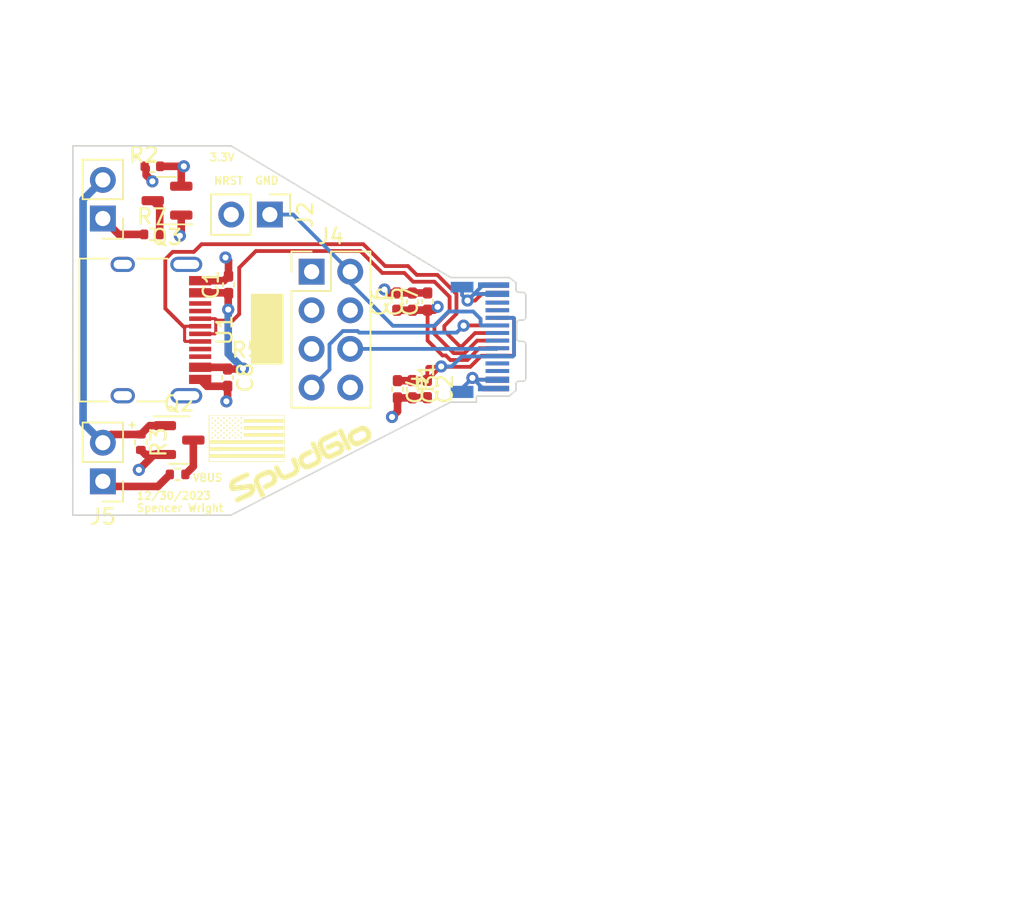
<source format=kicad_pcb>
(kicad_pcb (version 20221018) (generator pcbnew)
  (layers (0 "F.Cu" signal) (1 "In1.Cu" signal "GND") (2 "In2.Cu" signal "PWR") (31 "B.Cu" signal) (34 "B.Paste" user) (35 "F.Paste" user) (36 "B.SilkS" user "B.Silkscreen") (37 "F.SilkS" user "F.Silkscreen") (38 "B.Mask" user) (39 "F.Mask" user) (44 "Edge.Cuts" user))
  (net 0 "")
  (net 3 "+3.3V")
  (net 4 "GND1")
  (net 5 "Net-(J5-Pin_1)")
  (net 6 "Net-(Q2-D)")
  (net 7 "VBUS")
  (net 8 "Net-(J6-Pin_1)")
  (net 9 "Net-(Q3-D)")
  (net 11 "USBD+")
  (net 12 "USBD-")
  (net 17 "+3V3")
  (net 18 "SWDIO")
  (net 19 "SWCLK")
  (net 20 "NRST")
  (footprint "Package_TO_SOT_SMD:SOT-23" (layer "F.Cu") (at 30.3525 68.435 180)
    (fp_text reference "Q3" (at 0 -2.4) (layer "F.SilkS"))
    (fp_text value "BSS138")
    (pad "1" smd roundrect (at -0.9375 -0.95 180) (size 1.475 0.6) (layers "F.Cu" "F.Paste" "F.Mask") (net 3 "+3.3V"))
    (pad "2" smd roundrect (at -0.9375 0.95 180) (size 1.475 0.6) (layers "F.Cu" "F.Paste" "F.Mask") (net 4 "GND1"))
    (pad "3" smd roundrect (at 0.9375 0 180) (size 1.475 0.6) (layers "F.Cu" "F.Paste" "F.Mask") (net 9 "Net-(Q3-D)"))
  )
  (footprint "Capacitor_SMD:C_0402_1005Metric_Pad0.74x0.62mm_HandSolder" (layer "F.Cu") (at 34.4 73.9725 90)
    (fp_text reference "C1" (at 0 -1.16 90) (layer "F.SilkS"))
    (fp_text value "1u")
    (pad "1" smd roundrect (at -0.5675 0 90) (size 0.735 0.62) (layers "F.Cu" "F.Paste" "F.Mask") (net 7 "VBUS"))
    (pad "2" smd roundrect (at 0.5675 0 90) (size 0.735 0.62) (layers "F.Cu" "F.Paste" "F.Mask") (net 4 "GND1"))
  )
  (footprint "Connector_USB:USB_C_Receptacle_HRO_TYPE-C-31-M-12" (layer "F.Cu") (at 28.49 76.95 -90)
    (fp_text reference "U1" (at 0 -5.645 90) (layer "F.SilkS"))
    (fp_text value "USB-C-31-M-12" hide)
    (pad "" np_thru_hole circle (at -2.89 -2.6 270) (size 0.65 0.65) (drill 0.65) (layers "*.Cu" "*.Mask"))
    (pad "" np_thru_hole circle (at 2.89 -2.6 270) (size 0.65 0.65) (drill 0.65) (layers "*.Cu" "*.Mask"))
    (pad "A1" smd rect (at -3.25 -4.045 270) (size 0.6 1.45) (layers "F.Cu" "F.Paste" "F.Mask") (net 4 "GND1"))
    (pad "A4" smd rect (at -2.45 -4.045 270) (size 0.6 1.45) (layers "F.Cu" "F.Paste" "F.Mask") (net 7 "VBUS"))
    (pad "A5" smd rect (at -1.25 -4.045 270) (size 0.3 1.45) (layers "F.Cu" "F.Paste" "F.Mask"))
    (pad "A6" smd rect (at -0.25 -4.045 270) (size 0.3 1.45) (layers "F.Cu" "F.Paste" "F.Mask") (net 11 "USBD+"))
    (pad "A7" smd rect (at 0.25 -4.045 270) (size 0.3 1.45) (layers "F.Cu" "F.Paste" "F.Mask") (net 12 "USBD-"))
    (pad "A8" smd rect (at 1.25 -4.045 270) (size 0.3 1.45) (layers "F.Cu" "F.Paste" "F.Mask"))
    (pad "A9" smd rect (at 2.45 -4.045 270) (size 0.6 1.45) (layers "F.Cu" "F.Paste" "F.Mask") (net 7 "VBUS"))
    (pad "A12" smd rect (at 3.25 -4.045 270) (size 0.6 1.45) (layers "F.Cu" "F.Paste" "F.Mask") (net 4 "GND1"))
    (pad "B1" smd rect (at 3.25 -4.045 270) (size 0.6 1.45) (layers "F.Cu" "F.Paste" "F.Mask") (net 4 "GND1"))
    (pad "B4" smd rect (at 2.45 -4.045 270) (size 0.6 1.45) (layers "F.Cu" "F.Paste" "F.Mask") (net 7 "VBUS"))
    (pad "B5" smd rect (at 1.75 -4.045 270) (size 0.3 1.45) (layers "F.Cu" "F.Paste" "F.Mask"))
    (pad "B6" smd rect (at 0.75 -4.045 270) (size 0.3 1.45) (layers "F.Cu" "F.Paste" "F.Mask") (net 11 "USBD+"))
    (pad "B7" smd rect (at -0.75 -4.045 270) (size 0.3 1.45) (layers "F.Cu" "F.Paste" "F.Mask") (net 12 "USBD-"))
    (pad "B8" smd rect (at -1.75 -4.045 270) (size 0.3 1.45) (layers "F.Cu" "F.Paste" "F.Mask"))
    (pad "B9" smd rect (at -2.45 -4.045 270) (size 0.6 1.45) (layers "F.Cu" "F.Paste" "F.Mask") (net 7 "VBUS"))
    (pad "B12" smd rect (at -3.25 -4.045 270) (size 0.6 1.45) (layers "F.Cu" "F.Paste" "F.Mask") (net 4 "GND1"))
    (pad "S1" thru_hole oval (at -4.32 -3.13 270) (size 1 2.1) (drill oval 0.6 1.7) (layers "*.Cu" "*.Mask"))
    (pad "S1" thru_hole oval (at -4.32 1.05 270) (size 1 1.6) (drill oval 0.6 1.2) (layers "*.Cu" "*.Mask"))
    (pad "S1" thru_hole oval (at 4.32 -3.13 270) (size 1 2.1) (drill oval 0.6 1.7) (layers "*.Cu" "*.Mask"))
    (pad "S1" thru_hole oval (at 4.32 1.05 270) (size 1 1.6) (drill oval 0.6 1.2) (layers "*.Cu" "*.Mask"))
  )
  (footprint "Resistor_SMD:R_0402_1005Metric" (layer "F.Cu") (at 31.05 86.45)
    (fp_text reference "R5" (at 4.5275 -8.19) (layer "F.SilkS"))
    (fp_text value "1k")
    (pad "1" smd roundrect (at -0.51 0) (size 0.54 0.64) (layers "F.Cu" "F.Paste" "F.Mask") (net 5 "Net-(J5-Pin_1)"))
    (pad "2" smd roundrect (at 0.51 0) (size 0.54 0.64) (layers "F.Cu" "F.Paste" "F.Mask") (net 6 "Net-(Q2-D)"))
  )
  (footprint "Resistor_SMD:R_0402_1005Metric" (layer "F.Cu") (at 29.39 66.175)
    (fp_text reference "R2" (at -0.565 -0.75) (layer "F.SilkS"))
    (fp_text value "1M")
    (pad "1" smd roundrect (at -0.51 0) (size 0.54 0.64) (layers "F.Cu" "F.Paste" "F.Mask") (net 3 "+3.3V"))
    (pad "2" smd roundrect (at 0.51 0) (size 0.54 0.64) (layers "F.Cu" "F.Paste" "F.Mask") (net 4 "GND1"))
  )
  (footprint "Capacitor_SMD:C_0402_1005Metric_Pad0.74x0.62mm_HandSolder" (layer "F.Cu") (at 45.52 80.8475 -90)
    (fp_text reference "C4" (at 0 -1.16 90) (layer "F.SilkS"))
    (fp_text value "1u")
    (pad "1" smd roundrect (at -0.5675 0 270) (size 0.735 0.62) (layers "F.Cu" "F.Paste" "F.Mask") (net 7 "VBUS"))
    (pad "2" smd roundrect (at 0.5675 0 270) (size 0.735 0.62) (layers "F.Cu" "F.Paste" "F.Mask") (net 4 "GND1"))
  )
  (footprint "Connector_PinHeader_2.54mm:PinHeader_1x02_P2.54mm_Vertical" (layer "F.Cu") (at 26.13 69.61 180)
    (fp_text reference "J6" hide)
    (fp_text value "Conn_01x02_Male" hide)
    (pad "1" thru_hole rect (at 0 0 180) (size 1.7 1.7) (drill 1) (layers "*.Cu" "*.Mask") (net 8 "Net-(J6-Pin_1)"))
    (pad "2" thru_hole oval (at 0 2.54 180) (size 1.7 1.7) (drill 1) (layers "*.Cu" "*.Mask") (net 7 "VBUS"))
  )
  (footprint "Package_TO_SOT_SMD:SOT-23" (layer "F.Cu") (at 31.1475 84.19)
    (fp_text reference "Q2" (at 0 -2.4) (layer "F.SilkS"))
    (fp_text value "BSS138")
    (pad "1" smd roundrect (at -0.9375 -0.95) (size 1.475 0.6) (layers "F.Cu" "F.Paste" "F.Mask") (net 7 "VBUS"))
    (pad "2" smd roundrect (at -0.9375 0.95) (size 1.475 0.6) (layers "F.Cu" "F.Paste" "F.Mask") (net 4 "GND1"))
    (pad "3" smd roundrect (at 0.9375 0) (size 1.475 0.6) (layers "F.Cu" "F.Paste" "F.Mask") (net 6 "Net-(Q2-D)"))
  )
  (footprint "Connector_USB:USB_C_Plug_JAE_DX07P024AJ1" (layer "F.Cu") (at 50.9425 77.395 90)
    (fp_text reference "P1" (at -2.6925 -3.54 90) (layer "F.SilkS"))
    (fp_text value "USB_C_Plug")
    (fp_line (start -4.3 -1.93) (end -4.3 -0.2275) (stroke (width 0.1)) (layer "Edge.Cuts"))
    (fp_line (start -4.3 -0.2275) (end -3.9 -0.2275) (stroke (width 0.1)) (layer "Edge.Cuts"))
    (fp_line (start -3.9 1.9225) (end -3.9 -0.2275) (stroke (width 0.1)) (layer "Edge.Cuts"))
    (fp_line (start -3.53 2.3725) (end -3.9 1.9225) (stroke (width 0.1)) (layer "Edge.Cuts"))
    (fp_line (start -3.125 2.3725) (end -3.53 2.3725) (stroke (width 0.1)) (layer "Edge.Cuts"))
    (fp_line (start -2.925 2.8225) (end -2.925 2.5725) (stroke (width 0.1)) (layer "Edge.Cuts"))
    (fp_line (start -0.5 3.0225) (end -2.725 3.0225) (stroke (width 0.1)) (layer "Edge.Cuts"))
    (fp_line (start -0.3 2.6225) (end -0.3 2.8225) (stroke (width 0.1)) (layer "Edge.Cuts"))
    (fp_line (start -0.1 2.4225) (end 0.9 2.4225) (stroke (width 0.1)) (layer "Edge.Cuts"))
    (fp_line (start 1.1 2.8225) (end 1.1 2.6225) (stroke (width 0.1)) (layer "Edge.Cuts"))
    (fp_line (start 1.3 3.0225) (end 2.725 3.0225) (stroke (width 0.1)) (layer "Edge.Cuts"))
    (fp_line (start 2.925 2.8225) (end 2.925 2.5725) (stroke (width 0.1)) (layer "Edge.Cuts"))
    (fp_line (start 3.125 2.3725) (end 3.575 2.3725) (stroke (width 0.1)) (layer "Edge.Cuts"))
    (fp_line (start 3.575 2.3725) (end 3.9 1.9225) (stroke (width 0.1)) (layer "Edge.Cuts"))
    (fp_line (start 3.9 1.9225) (end 3.9 -1.9175) (stroke (width 0.1)) (layer "Edge.Cuts"))
    (fp_arc (start -3.125 2.3725) (mid -2.983579 2.431079) (end -2.925 2.5725) (stroke (width 0.1)) (layer "Edge.Cuts"))
    (fp_arc (start -2.725 3.0225) (mid -2.866421 2.963921) (end -2.925 2.8225) (stroke (width 0.1)) (layer "Edge.Cuts"))
    (fp_arc (start -0.3 2.6225) (mid -0.241421 2.481079) (end -0.1 2.4225) (stroke (width 0.1)) (layer "Edge.Cuts"))
    (fp_arc (start -0.3 2.8225) (mid -0.358579 2.963921) (end -0.5 3.0225) (stroke (width 0.1)) (layer "Edge.Cuts"))
    (fp_arc (start 0.9 2.4225) (mid 1.041421 2.481079) (end 1.1 2.6225) (stroke (width 0.1)) (layer "Edge.Cuts"))
    (fp_arc (start 1.3 3.0225) (mid 1.158579 2.963921) (end 1.1 2.8225) (stroke (width 0.1)) (layer "Edge.Cuts"))
    (fp_arc (start 2.925 2.5725) (mid 2.983579 2.431079) (end 3.125 2.3725) (stroke (width 0.1)) (layer "Edge.Cuts"))
    (fp_arc (start 2.925 2.8225) (mid 2.866421 2.963921) (end 2.725 3.0225) (stroke (width 0.1)) (layer "Edge.Cuts"))
    (pad "" smd rect (at -3.405 1.0475 90) (size 0.36 1.75) (layers "F.Cu" "F.Mask"))
    (pad "" smd rect (at 3.405 1.0475 90) (size 0.36 1.75) (layers "F.Cu" "F.Mask"))
    (pad "A1" smd rect (at 2.825 1.1475 90) (size 0.41 1.55) (layers "F.Cu" "F.Paste" "F.Mask") (net 4 "GND1"))
    (pad "A2" smd rect (at 2.25 1.1475 90) (size 0.26 1.55) (layers "F.Cu" "F.Paste" "F.Mask"))
    (pad "A3" smd rect (at 1.75 1.1475 90) (size 0.26 1.55) (layers "F.Cu" "F.Paste" "F.Mask"))
    (pad "A4" smd rect (at 1.25 1.1475 90) (size 0.26 1.55) (layers "F.Cu" "F.Paste" "F.Mask") (net 7 "VBUS"))
    (pad "A5" smd rect (at 0.75 1.1475 90) (size 0.26 1.55) (layers "F.Cu" "F.Paste" "F.Mask") (net 18 "SWDIO"))
    (pad "A6" smd rect (at 0.25 1.1475 270) (size 0.26 1.55) (layers "F.Cu" "F.Paste" "F.Mask") (net 11 "USBD+"))
    (pad "A7" smd rect (at -0.25 1.1475 270) (size 0.26 1.55) (layers "F.Cu" "F.Paste" "F.Mask") (net 12 "USBD-"))
    (pad "A8" smd rect (at -0.75 1.1475 90) (size 0.26 1.55) (layers "F.Cu" "F.Paste" "F.Mask") (net 3 "+3.3V"))
    (pad "A9" smd rect (at -1.25 1.1475 90) (size 0.26 1.55) (layers "F.Cu" "F.Paste" "F.Mask") (net 7 "VBUS"))
    (pad "A10" smd rect (at -1.75 1.1475 90) (size 0.26 1.55) (layers "F.Cu" "F.Paste" "F.Mask"))
    (pad "A11" smd rect (at -2.25 1.1475 90) (size 0.26 1.55) (layers "F.Cu" "F.Paste" "F.Mask"))
    (pad "A12" smd rect (at -2.825 1.1475 90) (size 0.41 1.55) (layers "F.Cu" "F.Paste" "F.Mask") (net 4 "GND1"))
    (pad "B1" smd rect (at -2.825 1.1475 90) (size 0.41 1.55) (layers "B.Cu" "B.Paste" "B.Mask") (net 4 "GND1"))
    (pad "B2" smd rect (at -2.25 1.1475 90) (size 0.26 1.55) (layers "B.Cu" "B.Paste" "B.Mask"))
    (pad "B3" smd rect (at -1.75 1.1475 90) (size 0.26 1.55) (layers "B.Cu" "B.Paste" "B.Mask"))
    (pad "B4" smd rect (at -1.25 1.1475 90) (size 0.26 1.55) (layers "B.Cu" "B.Paste" "B.Mask") (net 7 "VBUS"))
    (pad "B5" smd rect (at -0.75 1.1475 90) (size 0.26 1.55) (layers "B.Cu" "B.Paste" "B.Mask") (net 19 "SWCLK"))
    (pad "B6" smd rect (at -0.25 1.1475 270) (size 0.26 1.55) (layers "B.Cu" "B.Paste" "B.Mask"))
    (pad "B7" smd rect (at 0.25 1.1475 90) (size 0.26 1.55) (layers "B.Cu" "B.Paste" "B.Mask"))
    (pad "B8" smd rect (at 0.75 1.1475 90) (size 0.26 1.55) (layers "B.Cu" "B.Paste" "B.Mask") (net 20 "NRST"))
    (pad "B9" smd rect (at 1.25 1.1475 90) (size 0.26 1.55) (layers "B.Cu" "B.Paste" "B.Mask") (net 7 "VBUS"))
    (pad "B10" smd rect (at 1.75 1.1475 90) (size 0.26 1.55) (layers "B.Cu" "B.Paste" "B.Mask"))
    (pad "B11" smd rect (at 2.25 1.1475 90) (size 0.26 1.55) (layers "B.Cu" "B.Paste" "B.Mask"))
    (pad "B12" smd rect (at 2.825 1.1475 90) (size 0.41 1.55) (layers "B.Cu" "B.Paste" "B.Mask") (net 4 "GND1"))
    (pad "S1" smd rect (at -3.625 -1.1725 90) (size 0.8 1.5) (layers "B.Cu" "B.Paste" "B.Mask") (net 4 "GND1"))
    (pad "S1" smd rect (at -3.405 0.8975 90) (size 0.36 2.05) (layers "B.Cu" "B.Paste" "B.Mask") (net 4 "GND1"))
    (pad "S1" smd rect (at 3.27 -1.1725 270) (size 0.7 1.5) (layers "B.Cu" "B.Paste" "B.Mask") (net 4 "GND1"))
    (pad "S1" smd rect (at 3.405 0.8975 90) (size 0.36 2.05) (layers "B.Cu" "B.Paste" "B.Mask") (net 4 "GND1"))
  )
  (footprint "Capacitor_SMD:C_0402_1005Metric_Pad0.74x0.62mm_HandSolder" (layer "F.Cu") (at 46.5 80.84 -90)
    (fp_text reference "C3" (at 0 -1.16 90) (layer "F.SilkS"))
    (fp_text value "1u")
    (pad "1" smd roundrect (at -0.5675 0 270) (size 0.735 0.62) (layers "F.Cu" "F.Paste" "F.Mask") (net 7 "VBUS"))
    (pad "2" smd roundrect (at 0.5675 0 270) (size 0.735 0.62) (layers "F.Cu" "F.Paste" "F.Mask") (net 4 "GND1"))
  )
  (footprint "Capacitor_SMD:C_0402_1005Metric_Pad0.74x0.62mm_HandSolder" (layer "F.Cu") (at 46.50125 75.08 90)
    (fp_text reference "C5" (at 0 -1.16 90) (layer "F.SilkS"))
    (fp_text value "1u")
    (pad "1" smd roundrect (at -0.5675 0 90) (size 0.735 0.62) (layers "F.Cu" "F.Paste" "F.Mask") (net 3 "+3.3V"))
    (pad "2" smd roundrect (at 0.5675 0 90) (size 0.735 0.62) (layers "F.Cu" "F.Paste" "F.Mask") (net 4 "GND1"))
  )
  (footprint "Capacitor_SMD:C_0402_1005Metric_Pad0.74x0.62mm_HandSolder" (layer "F.Cu") (at 34.34 80.0825 -90)
    (fp_text reference "C8" (at 0 -1.16 90) (layer "F.SilkS"))
    (fp_text value "1u")
    (pad "1" smd roundrect (at -0.5675 0 270) (size 0.735 0.62) (layers "F.Cu" "F.Paste" "F.Mask") (net 7 "VBUS"))
    (pad "2" smd roundrect (at 0.5675 0 270) (size 0.735 0.62) (layers "F.Cu" "F.Paste" "F.Mask") (net 4 "GND1"))
  )
  (footprint "Capacitor_SMD:C_0402_1005Metric_Pad0.74x0.62mm_HandSolder" (layer "F.Cu") (at 47.48 80.83 -90)
    (fp_text reference "C2" (at 0 -1.16 90) (layer "F.SilkS"))
    (fp_text value "1u")
    (pad "1" smd roundrect (at -0.5675 0 270) (size 0.735 0.62) (layers "F.Cu" "F.Paste" "F.Mask") (net 7 "VBUS"))
    (pad "2" smd roundrect (at 0.5675 0 270) (size 0.735 0.62) (layers "F.Cu" "F.Paste" "F.Mask") (net 4 "GND1"))
  )
  (footprint "Connector_PinHeader_2.54mm:PinHeader_1x02_P2.54mm_Vertical" (layer "F.Cu") (at 26.13 86.905 180)
    (fp_text reference "J5" (at 0 -2.33) (layer "F.SilkS"))
    (fp_text value "Conn_01x02_Male")
    (pad "1" thru_hole rect (at 0 0 180) (size 1.7 1.7) (drill 1) (layers "*.Cu" "*.Mask") (net 5 "Net-(J5-Pin_1)"))
    (pad "2" thru_hole oval (at 0 2.54 180) (size 1.7 1.7) (drill 1) (layers "*.Cu" "*.Mask") (net 7 "VBUS"))
  )
  (footprint "LOGO" (layer "F.Cu") (at 39.2 85.71 25)
    (fp_text reference "G***" hide)
    (fp_text value "LOGO" hide)
  )
  (footprint "Resistor_SMD:R_0402_1005Metric" (layer "F.Cu") (at 29.36 70.655)
    (fp_text reference "R7" (at 0 -1.17) (layer "F.SilkS"))
    (fp_text value "1k")
    (pad "1" smd roundrect (at -0.51 0) (size 0.54 0.64) (layers "F.Cu" "F.Paste" "F.Mask") (net 8 "Net-(J6-Pin_1)"))
    (pad "2" smd roundrect (at 0.51 0) (size 0.54 0.64) (layers "F.Cu" "F.Paste" "F.Mask") (net 9 "Net-(Q3-D)"))
  )
  (footprint "LOGO" (layer "F.Cu") (at 35.6 84.09)
    (fp_text reference "G***" hide)
    (fp_text value "LOGO" hide)
  )
  (footprint "Capacitor_SMD:C_0402_1005Metric_Pad0.74x0.62mm_HandSolder" (layer "F.Cu") (at 47.50125 75.075 90)
    (fp_text reference "C7" (at 0 -1.16 90) (layer "F.SilkS"))
    (fp_text value "1u")
    (pad "1" smd roundrect (at -0.5675 0 90) (size 0.735 0.62) (layers "F.Cu" "F.Paste" "F.Mask") (net 3 "+3.3V"))
    (pad "2" smd roundrect (at 0.5675 0 90) (size 0.735 0.62) (layers "F.Cu" "F.Paste" "F.Mask") (net 4 "GND1"))
  )
  (footprint "Capacitor_SMD:C_0402_1005Metric_Pad0.74x0.62mm_HandSolder" (layer "F.Cu") (at 45.48125 75.0775 90)
    (fp_text reference "C6" (at 0 -1.16 90) (layer "F.SilkS"))
    (fp_text value "1u")
    (pad "1" smd roundrect (at -0.5675 0 90) (size 0.735 0.62) (layers "F.Cu" "F.Paste" "F.Mask") (net 3 "+3.3V"))
    (pad "2" smd roundrect (at 0.5675 0 90) (size 0.735 0.62) (layers "F.Cu" "F.Paste" "F.Mask") (net 4 "GND1"))
  )
  (footprint "Connector_PinHeader_2.54mm:PinHeader_1x02_P2.54mm_Vertical" (layer "F.Cu") (at 37.12 69.35 -90)
    (fp_text reference "J2" (at 0 -2.33 90) (layer "F.SilkS"))
    (fp_text value "Conn_01x02_Pin")
    (pad "1" thru_hole rect (at 0 0 270) (size 1.7 1.7) (drill 1) (layers "*.Cu" "*.Mask") (net 20 "NRST"))
    (pad "2" thru_hole oval (at 0 2.54 270) (size 1.7 1.7) (drill 1) (layers "*.Cu" "*.Mask") (net 4 "GND1"))
  )
  (footprint "Connector_PinHeader_2.54mm:PinHeader_2x04_P2.54mm_Vertical" (layer "F.Cu") (at 39.87 73.11)
    (fp_text reference "J4" (at 1.27 -2.33) (layer "F.SilkS"))
    (fp_text value "Conn_01x08_Male")
    (pad "1" thru_hole rect (at 0 0) (size 1.7 1.7) (drill 1) (layers "*.Cu" "*.Mask") (net 4 "GND1"))
    (pad "2" thru_hole oval (at 2.54 0) (size 1.7 1.7) (drill 1) (layers "*.Cu" "*.Mask") (net 20 "NRST"))
    (pad "3" thru_hole oval (at 0 2.54) (size 1.7 1.7) (drill 1) (layers "*.Cu" "*.Mask"))
    (pad "4" thru_hole oval (at 2.54 2.54) (size 1.7 1.7) (drill 1) (layers "*.Cu" "*.Mask"))
    (pad "5" thru_hole oval (at 0 5.08) (size 1.7 1.7) (drill 1) (layers "*.Cu" "*.Mask"))
    (pad "6" thru_hole oval (at 2.54 5.08) (size 1.7 1.7) (drill 1) (layers "*.Cu" "*.Mask") (net 19 "SWCLK"))
    (pad "7" thru_hole oval (at 0 7.62) (size 1.7 1.7) (drill 1) (layers "*.Cu" "*.Mask") (net 18 "SWDIO"))
    (pad "8" thru_hole oval (at 2.54 7.62) (size 1.7 1.7) (drill 1) (layers "*.Cu" "*.Mask") (net 17 "+3V3"))
  )
  (footprint "Resistor_SMD:R_0402_1005Metric" (layer "F.Cu") (at 28.63 84.33 -90)
    (fp_text reference "R3" (at 0 -1.17 90) (layer "F.SilkS"))
    (fp_text value "1M")
    (pad "1" smd roundrect (at -0.51 0 270) (size 0.54 0.64) (layers "F.Cu" "F.Paste" "F.Mask") (net 7 "VBUS"))
    (pad "2" smd roundrect (at 0.51 0 270) (size 0.54 0.64) (layers "F.Cu" "F.Paste" "F.Mask") (net 4 "GND1"))
  )
  (gr_rect (start 35.92 74.615) (end 37.97 79.165) (stroke (width 0.1)) (fill solid) (layer "F.SilkS"))
  (gr_line (start 49.025 73.495) (end 34.57 64.83) (stroke (width 0.1)) (layer "Edge.Cuts"))
  (gr_line (start 24.16 64.83) (end 24.15 89.13) (stroke (width 0.1)) (layer "Edge.Cuts"))
  (gr_line (start 34.56 89.13) (end 49.0125 81.695) (stroke (width 0.1)) (layer "Edge.Cuts"))
  (gr_line (start 34.56 89.13) (end 24.15 89.13) (stroke (width 0.1)) (layer "Edge.Cuts"))
  (gr_line (start 34.57 64.83) (end 24.16 64.83) (stroke (width 0.1)) (layer "Edge.Cuts"))
  (gr_text "12/30/2023\nSpencer Wright" (at 28.31 88.95) (layer "F.SilkS") (effects (font (size 0.5 0.5) (thickness 0.1) bold) (justify left bottom)))
  (gr_text "+" (at 28.29 65.83) (layer "F.SilkS") (effects (font (size 0.5 0.5) (thickness 0.1) bold) (justify bottom)))
  (gr_text "NRST" (at 34.4 67.42) (layer "F.SilkS") (effects (font (size 0.5 0.5) (thickness 0.1) bold) (justify bottom)))
  (gr_text "VBUS" (at 33.02 86.96) (layer "F.SilkS") (effects (font (size 0.5 0.5) (thickness 0.1) bold) (justify bottom)))
  (gr_text "3.3V" (at 33.1 65.88) (layer "F.SilkS") (effects (font (size 0.5 0.5) (thickness 0.1) bold) (justify left bottom)))
  (gr_text "+" (at 28.05 83.46) (layer "F.SilkS") (effects (font (size 0.5 0.5) (thickness 0.1) bold) (justify bottom)))
  (gr_text "GND" (at 36.92 67.41) (layer "F.SilkS") (effects (font (size 0.5 0.5) (thickness 0.1) bold) (justify bottom)))
  (segment (start 48.48 78.62) (end 47.50125 77.64125) (width 0.25) (layer "F.Cu") (net 3))
  (segment (start 50.898604 78.145) (end 50.123604 78.92) (width 0.25) (layer "F.Cu") (net 3))
  (segment (start 50.123604 78.92) (end 48.995305 78.92) (width 0.25) (layer "F.Cu") (net 3))
  (segment (start 31.29 69.385) (end 31.29 70.655) (width 0.5) (layer "F.Cu") (net 3))
  (segment (start 47.9375 75.6425) (end 47.06 75.6425) (width 0.5) (layer "F.Cu") (net 3))
  (segment (start 46.50625 75.6425) (end 46.50125 75.6475) (width 0.5) (layer "F.Cu") (net 3))
  (segment (start 31.29 70.655) (end 31.2 70.745) (width 0.5) (layer "F.Cu") (net 3))
  (segment (start 46.49875 75.645) (end 46.50125 75.6475) (width 0.5) (layer "F.Cu") (net 3))
  (segment (start 45.48125 75.645) (end 46.49875 75.645) (width 0.5) (layer "F.Cu") (net 3))
  (segment (start 48.16 75.42) (end 47.9375 75.6425) (width 0.5) (layer "F.Cu") (net 3))
  (segment (start 47.50125 75.6425) (end 47.06 75.6425) (width 0.5) (layer "F.Cu") (net 3))
  (segment (start 28.88 66.175) (end 28.98 66.275) (width 0.5) (layer "F.Cu") (net 3))
  (segment (start 48.995305 78.92) (end 48.695305 78.62) (width 0.25) (layer "F.Cu") (net 3))
  (segment (start 28.98 66.755) (end 29.39 67.165) (width 0.5) (layer "F.Cu") (net 3))
  (segment (start 46.49875 75.645) (end 46.50125 75.6475) (width 0.5) (layer "F.Cu") (net 3))
  (segment (start 28.98 66.275) (end 28.98 66.755) (width 0.5) (layer "F.Cu") (net 3))
  (segment (start 52.09 78.145) (end 50.898604 78.145) (width 0.25) (layer "F.Cu") (net 3))
  (segment (start 47.50125 75.6425) (end 46.50625 75.6425) (width 0.5) (layer "F.Cu") (net 3))
  (segment (start 47.50125 77.64125) (end 47.50125 75.6425) (width 0.25) (layer "F.Cu") (net 3))
  (segment (start 45.48125 75.645) (end 46.49875 75.645) (width 0.5) (layer "F.Cu") (net 3))
  (segment (start 47.06 75.6425) (end 46.50625 75.6425) (width 0.5) (layer "F.Cu") (net 3))
  (segment (start 46.50625 75.6425) (end 46.50125 75.6475) (width 0.5) (layer "F.Cu") (net 3))
  (segment (start 48.695305 78.62) (end 48.48 78.62) (width 0.25) (layer "F.Cu") (net 3))
  (via (at 29.39 67.165) (size 0.8) (drill 0.4) (layers "F.Cu" "B.Cu") (net 3))
  (via (at 31.2 70.745) (size 0.8) (drill 0.4) (layers "F.Cu" "B.Cu") (net 3))
  (via (at 48.16 75.42) (size 0.8) (drill 0.4) (layers "F.Cu" "B.Cu") (net 3))
  (segment (start 34.4 73.405) (end 34.4 72.375) (width 0.5) (layer "F.Cu") (net 4))
  (segment (start 45.52 81.415) (end 46.4925 81.415) (width 0.5) (layer "F.Cu") (net 4))
  (segment (start 47.48 81.3975) (end 46.51 81.3975) (width 0.5) (layer "F.Cu") (net 4))
  (segment (start 34.34 81.56) (end 34.34 80.65) (width 0.5) (layer "F.Cu") (net 4))
  (segment (start 32.535 73.7) (end 34.105 73.7) (width 0.5) (layer "F.Cu") (net 4))
  (segment (start 44.89 74.51) (end 44.66 74.28) (width 0.5) (layer "F.Cu") (net 4))
  (segment (start 45.52 82.31) (end 45.16 82.67) (width 0.5) (layer "F.Cu") (net 4))
  (segment (start 47.50125 74.5075) (end 46.50625 74.5075) (width 0.5) (layer "F.Cu") (net 4))
  (segment (start 28.93 85.14) (end 28.63 84.84) (width 0.5) (layer "F.Cu") (net 4))
  (segment (start 52.09 80.22) (end 50.57 80.22) (width 0.25) (layer "F.Cu") (net 4))
  (segment (start 50.57 80.22) (end 50.45 80.1) (width 0.25) (layer "F.Cu") (net 4))
  (segment (start 30.21 85.14) (end 28.93 85.14) (width 0.5) (layer "F.Cu") (net 4))
  (segment (start 29.9 66.175) (end 31.46 66.175) (width 0.5) (layer "F.Cu") (net 4))
  (segment (start 45.48125 74.51) (end 44.89 74.51) (width 0.5) (layer "F.Cu") (net 4))
  (segment (start 31.29 66.345) (end 31.46 66.175) (width 0.5) (layer "F.Cu") (net 4))
  (segment (start 46.4925 81.415) (end 46.5 81.4075) (width 0.5) (layer "F.Cu") (net 4))
  (segment (start 51.065 74.57) (end 52.09 74.57) (width 0.25) (layer "F.Cu") (net 4))
  (segment (start 46.51 81.3975) (end 46.5 81.4075) (width 0.5) (layer "F.Cu") (net 4))
  (segment (start 34.26 81.64) (end 34.34 81.56) (width 0.5) (layer "F.Cu") (net 4))
  (segment (start 50.127752 75.006254) (end 50.628746 75.006254) (width 0.25) (layer "F.Cu") (net 4))
  (segment (start 32.985 80.65) (end 32.535 80.2) (width 0.5) (layer "F.Cu") (net 4))
  (segment (start 34.4 72.375) (end 34.2 72.175) (width 0.5) (layer "F.Cu") (net 4))
  (segment (start 46.50625 74.5075) (end 46.50125 74.5125) (width 0.5) (layer "F.Cu") (net 4))
  (segment (start 45.48125 74.51) (end 46.49875 74.51) (width 0.5) (layer "F.Cu") (net 4))
  (segment (start 45.52 81.415) (end 45.52 82.31) (width 0.5) (layer "F.Cu") (net 4))
  (segment (start 31.29 67.485) (end 31.29 66.345) (width 0.5) (layer "F.Cu") (net 4))
  (segment (start 50.628746 75.006254) (end 51.065 74.57) (width 0.25) (layer "F.Cu") (net 4))
  (segment (start 34.34 80.65) (end 32.985 80.65) (width 0.5) (layer "F.Cu") (net 4))
  (segment (start 29.51 85.14) (end 28.5 86.15) (width 0.5) (layer "F.Cu") (net 4))
  (segment (start 34.105 73.7) (end 34.4 73.405) (width 0.5) (layer "F.Cu") (net 4))
  (segment (start 30.21 85.14) (end 29.51 85.14) (width 0.5) (layer "F.Cu") (net 4))
  (segment (start 46.49875 74.51) (end 46.50125 74.5125) (width 0.5) (layer "F.Cu") (net 4))
  (via (at 34.2 72.175) (size 0.8) (drill 0.4) (layers "F.Cu" "B.Cu") (net 4))
  (via (at 34.26 81.64) (size 0.8) (drill 0.4) (layers "F.Cu" "B.Cu") (net 4))
  (via (at 50.45 80.1) (size 0.8) (drill 0.4) (layers "F.Cu" "B.Cu") (net 4))
  (via (at 50.127752 75.006254) (size 0.8) (drill 0.4) (layers "F.Cu" "B.Cu") (net 4))
  (via (at 31.46 66.175) (size 0.8) (drill 0.4) (layers "F.Cu" "B.Cu") (net 4))
  (via (at 44.66 74.28) (size 0.8) (drill 0.4) (layers "F.Cu" "B.Cu") (net 4))
  (via (at 28.5 86.15) (size 0.8) (drill 0.4) (layers "F.Cu" "B.Cu") (net 4))
  (via (at 45.16 82.67) (size 0.8) (drill 0.4) (layers "F.Cu" "B.Cu") (net 4))
  (segment (start 50.127752 75.006254) (end 50.564006 74.57) (width 0.25) (layer "B.Cu") (net 4))
  (segment (start 51.84 80.8) (end 51.15 80.8) (width 0.25) (layer "B.Cu") (net 4))
  (segment (start 50.127752 75.006254) (end 51.144006 73.99) (width 0.25) (layer "B.Cu") (net 4))
  (segment (start 50.57 80.22) (end 50.45 80.1) (width 0.25) (layer "B.Cu") (net 4))
  (segment (start 50.564006 74.57) (end 52.09 74.57) (width 0.25) (layer "B.Cu") (net 4))
  (segment (start 49.77 74.648502) (end 49.77 74.125) (width 0.25) (layer "B.Cu") (net 4))
  (segment (start 52.09 80.22) (end 50.57 80.22) (width 0.25) (layer "B.Cu") (net 4))
  (segment (start 49.77 81.02) (end 49.77 80.78) (width 0.25) (layer "B.Cu") (net 4))
  (segment (start 51.144006 73.99) (end 51.84 73.99) (width 0.25) (layer "B.Cu") (net 4))
  (segment (start 49.77 80.78) (end 50.45 80.1) (width 0.25) (layer "B.Cu") (net 4))
  (segment (start 50.127752 75.006254) (end 49.77 74.648502) (width 0.25) (layer "B.Cu") (net 4))
  (segment (start 51.15 80.8) (end 50.45 80.1) (width 0.25) (layer "B.Cu") (net 4))
  (segment (start 26.465 87.24) (end 26.13 86.905) (width 0.5) (layer "F.Cu") (net 5))
  (segment (start 29.75 87.24) (end 26.465 87.24) (width 0.5) (layer "F.Cu") (net 5))
  (segment (start 30.54 86.45) (end 29.75 87.24) (width 0.5) (layer "F.Cu") (net 5))
  (segment (start 32.085 84.19) (end 32.085 85.925) (width 0.5) (layer "F.Cu") (net 6))
  (segment (start 32.085 85.925) (end 31.56 86.45) (width 0.5) (layer "F.Cu") (net 6))
  (segment (start 30.21 83.24) (end 29.21 83.24) (width 0.5) (layer "F.Cu") (net 7))
  (segment (start 53.145 78.645) (end 52.09 78.645) (width 0.25) (layer "F.Cu") (net 7))
  (segment (start 34.34 79.515) (end 35.315 79.515) (width 0.5) (layer "F.Cu") (net 7))
  (segment (start 47.48 79.42) (end 47.53 79.37) (width 0.25) (layer "F.Cu") (net 7))
  (segment (start 26.675 83.82) (end 28.63 83.82) (width 0.5) (layer "F.Cu") (net 7))
  (segment (start 47.48 80.26) (end 48.395 79.345) (width 0.25) (layer "F.Cu") (net 7))
  (segment (start 34.38 75.6) (end 34.38 74.56) (width 0.5) (layer "F.Cu") (net 7))
  (segment (start 53.19 76.19) (end 53.19 78.6) (width 0.25) (layer "F.Cu") (net 7))
  (segment (start 26.13 84.365) (end 26.675 83.82) (width 0.5) (layer "F.Cu") (net 7))
  (segment (start 53.19 78.6) (end 53.145 78.645) (width 0.25) (layer "F.Cu") (net 7))
  (segment (start 51.035 78.645) (end 52.09 78.645) (width 0.25) (layer "F.Cu") (net 7))
  (segment (start 32.535 74.5) (end 34.36 74.5) (width 0.5) (layer "F.Cu") (net 7))
  (segment (start 32.535 79.4) (end 34.225 79.4) (width 0.5) (layer "F.Cu") (net 7))
  (segment (start 46.5 80.2725) (end 47.47 80.2725) (width 0.5) (layer "F.Cu") (net 7))
  (segment (start 47.53 79.37) (end 50.31 79.37) (width 0.25) (layer "F.Cu") (net 7))
  (segment (start 45.52 80.28) (end 46.4925 80.28) (width 0.5) (layer "F.Cu") (net 7))
  (segment (start 34.36 74.5) (end 34.4 74.54) (width 0.5) (layer "F.Cu") (net 7))
  (segment (start 34.38 74.56) (end 34.4 74.54) (width 0.5) (layer "F.Cu") (net 7))
  (segment (start 34.225 79.4) (end 34.34 79.515) (width 0.5) (layer "F.Cu") (net 7))
  (segment (start 29.21 83.24) (end 28.63 83.82) (width 0.5) (layer "F.Cu") (net 7))
  (segment (start 47.48 80.2625) (end 47.48 79.42) (width 0.25) (layer "F.Cu") (net 7))
  (segment (start 47.47 80.2725) (end 47.48 80.2625) (width 0.5) (layer "F.Cu") (net 7))
  (segment (start 53.145 76.145) (end 53.19 76.19) (width 0.25) (layer "F.Cu") (net 7))
  (segment (start 50.31 79.37) (end 51.035 78.645) (width 0.25) (layer "F.Cu") (net 7))
  (segment (start 47.48 80.2625) (end 47.48 80.26) (width 0.25) (layer "F.Cu") (net 7))
  (segment (start 35.315 79.515) (end 35.35 79.48) (width 0.5) (layer "F.Cu") (net 7))
  (segment (start 46.4925 80.28) (end 46.5 80.2725) (width 0.5) (layer "F.Cu") (net 7))
  (segment (start 52.09 76.145) (end 53.145 76.145) (width 0.25) (layer "F.Cu") (net 7))
  (via (at 48.395 79.345) (size 0.8) (drill 0.4) (layers "F.Cu" "B.Cu") (net 7))
  (via (at 35.35 79.48) (size 0.8) (drill 0.4) (layers "F.Cu" "B.Cu") (net 7))
  (via (at 34.38 75.6) (size 0.8) (drill 0.4) (layers "F.Cu" "B.Cu") (net 7))
  (segment (start 49.085 79.345) (end 48.395 79.345) (width 0.25) (layer "B.Cu") (net 7))
  (segment (start 48.395 79.345) (end 48.37 79.37) (width 0.25) (layer "B.Cu") (net 7))
  (segment (start 53.19 76.19) (end 53.19 78.6) (width 0.25) (layer "B.Cu") (net 7))
  (segment (start 53.1 78.69) (end 49.74 78.69) (width 0.25) (layer "B.Cu") (net 7))
  (segment (start 53.19 78.6) (end 53.1 78.69) (width 0.25) (layer "B.Cu") (net 7))
  (segment (start 34.38 75.6) (end 34.38 78.51) (width 0.5) (layer "B.Cu") (net 7))
  (segment (start 24.83 68.37) (end 24.83 83.065) (width 0.5) (layer "B.Cu") (net 7))
  (segment (start 53.145 76.145) (end 53.19 76.19) (width 0.25) (layer "B.Cu") (net 7))
  (segment (start 34.38 78.51) (end 35.35 79.48) (width 0.5) (layer "B.Cu") (net 7))
  (segment (start 26.13 67.07) (end 24.83 68.37) (width 0.5) (layer "B.Cu") (net 7))
  (segment (start 49.74 78.69) (end 49.085 79.345) (width 0.25) (layer "B.Cu") (net 7))
  (segment (start 24.83 83.065) (end 26.13 84.365) (width 0.5) (layer "B.Cu") (net 7))
  (segment (start 52.09 76.145) (end 53.145 76.145) (width 0.25) (layer "B.Cu") (net 7))
  (segment (start 27.175 70.655) (end 26.13 69.61) (width 0.5) (layer "F.Cu") (net 8))
  (segment (start 28.85 70.655) (end 27.175 70.655) (width 0.5) (layer "F.Cu") (net 8))
  (segment (start 29.415 68.435) (end 29.87 68.89) (width 0.5) (layer "F.Cu") (net 9))
  (segment (start 29.87 68.89) (end 29.87 70.655) (width 0.5) (layer "F.Cu") (net 9))
  (segment (start 32.625 71.3) (end 32.12 71.805) (width 0.25) (layer "F.Cu") (net 11))
  (segment (start 48.6 76.682792) (end 49.4 75.882792) (width 0.25) (layer "F.Cu") (net 11))
  (segment (start 46.21 72.74) (end 44.71 72.74) (width 0.25) (layer "F.Cu") (net 11))
  (segment (start 48.14 73.32) (end 46.79 73.32) (width 0.25) (layer "F.Cu") (net 11))
  (segment (start 44.71 72.74) (end 43.27 71.3) (width 0.25) (layer "F.Cu") (net 11))
  (segment (start 31.51 76.75) (end 31.56 76.7) (width 0.2) (layer "F.Cu") (net 11))
  (segment (start 52.09 77.145) (end 50.625812 77.145) (width 0.25) (layer "F.Cu") (net 11))
  (segment (start 32.12 71.805) (end 30.725 71.805) (width 0.25) (layer "F.Cu") (net 11))
  (segment (start 30.24 72.29) (end 30.24 75.53) (width 0.25) (layer "F.Cu") (net 11))
  (segment (start 31.51 77.65) (end 31.51 76.8) (width 0.2) (layer "F.Cu") (net 11))
  (segment (start 49.750812 78.02) (end 49.62 78.02) (width 0.25) (layer "F.Cu") (net 11))
  (segment (start 30.24 75.53) (end 31.51 76.8) (width 0.25) (layer "F.Cu") (net 11))
  (segment (start 49.4 74.58) (end 48.14 73.32) (width 0.25) (layer "F.Cu") (net 11))
  (segment (start 49.4 75.882792) (end 49.4 74.58) (width 0.25) (layer "F.Cu") (net 11))
  (segment (start 50.625812 77.145) (end 49.750812 78.02) (width 0.25) (layer "F.Cu") (net 11))
  (segment (start 31.56 77.7) (end 31.51 77.65) (width 0.2) (layer "F.Cu") (net 11))
  (segment (start 43.27 71.3) (end 32.625 71.3) (width 0.25) (layer "F.Cu") (net 11))
  (segment (start 31.56 76.7) (end 32.535 76.7) (width 0.2) (layer "F.Cu") (net 11))
  (segment (start 48.6 77) (end 48.6 76.682792) (width 0.25) (layer "F.Cu") (net 11))
  (segment (start 30.725 71.805) (end 30.24 72.29) (width 0.25) (layer "F.Cu") (net 11))
  (segment (start 49.62 78.02) (end 48.6 77) (width 0.25) (layer "F.Cu") (net 11))
  (segment (start 32.535 77.7) (end 31.56 77.7) (width 0.2) (layer "F.Cu") (net 11))
  (segment (start 46.79 73.32) (end 46.21 72.74) (width 0.25) (layer "F.Cu") (net 11))
  (segment (start 31.51 76.8) (end 31.51 76.75) (width 0.2) (layer "F.Cu") (net 11))
  (segment (start 46.55 73.77) (end 45.97 73.19) (width 0.25) (layer "F.Cu") (net 12))
  (segment (start 49.22 78.47) (end 47.95125 77.20125) (width 0.25) (layer "F.Cu") (net 12))
  (segment (start 47.95125 76.695146) (end 48.95 75.696396) (width 0.25) (layer "F.Cu") (net 12))
  (segment (start 44.52 73.19) (end 43.08 71.75) (width 0.25) (layer "F.Cu") (net 12))
  (segment (start 33.51 77.2) (end 33.56 77.15) (width 0.2) (layer "F.Cu") (net 12))
  (segment (start 47.953604 73.77) (end 46.55 73.77) (width 0.25) (layer "F.Cu") (net 12))
  (segment (start 35.105 72.845) (end 35.105 75.900305) (width 0.25) (layer "F.Cu") (net 12))
  (segment (start 32.535 77.2) (end 33.51 77.2) (width 0.2) (layer "F.Cu") (net 12))
  (segment (start 43.08 71.75) (end 36.2 71.75) (width 0.25) (layer "F.Cu") (net 12))
  (segment (start 36.2 71.75) (end 35.105 72.845) (width 0.25) (layer "F.Cu") (net 12))
  (segment (start 50.762208 77.645) (end 49.937208 78.47) (width 0.25) (layer "F.Cu") (net 12))
  (segment (start 48.95 74.766396) (end 47.953604 73.77) (width 0.25) (layer "F.Cu") (net 12))
  (segment (start 33.635 76.325) (end 33.56 76.25) (width 0.25) (layer "F.Cu") (net 12))
  (segment (start 33.56 77.15) (end 33.56 76.25) (width 0.2) (layer "F.Cu") (net 12))
  (segment (start 33.51 76.2) (end 32.535 76.2) (width 0.2) (layer "F.Cu") (net 12))
  (segment (start 45.97 73.19) (end 44.52 73.19) (width 0.25) (layer "F.Cu") (net 12))
  (segment (start 48.95 75.696396) (end 48.95 74.766396) (width 0.25) (layer "F.Cu") (net 12))
  (segment (start 34.680305 76.325) (end 33.635 76.325) (width 0.25) (layer "F.Cu") (net 12))
  (segment (start 47.95125 77.20125) (end 47.95125 76.695146) (width 0.25) (layer "F.Cu") (net 12))
  (segment (start 52.09 77.645) (end 50.762208 77.645) (width 0.25) (layer "F.Cu") (net 12))
  (segment (start 33.56 76.25) (end 33.51 76.2) (width 0.2) (layer "F.Cu") (net 12))
  (segment (start 49.937208 78.47) (end 49.22 78.47) (width 0.25) (layer "F.Cu") (net 12))
  (segment (start 35.105 75.900305) (end 34.680305 76.325) (width 0.25) (layer "F.Cu") (net 12))
  (segment (start 52.09 76.645) (end 49.885 76.645) (width 0.25) (layer "F.Cu") (net 18))
  (segment (start 49.885 76.645) (end 49.87 76.66) (width 0.25) (layer "F.Cu") (net 18))
  (via (at 49.87 76.66) (size 0.8) (drill 0.4) (layers "F.Cu" "B.Cu") (net 18))
  (segment (start 43.000633 77.118932) (end 42.896701 77.015) (width 0.25) (layer "B.Cu") (net 18))
  (segment (start 41.923299 77.015) (end 41.045 77.893299) (width 0.25) (layer "B.Cu") (net 18))
  (segment (start 41.045 79.555) (end 39.87 80.73) (width 0.25) (layer "B.Cu") (net 18))
  (segment (start 41.045 77.893299) (end 41.045 79.555) (width 0.25) (layer "B.Cu") (net 18))
  (segment (start 49.411068 77.118932) (end 43.000633 77.118932) (width 0.25) (layer "B.Cu") (net 18))
  (segment (start 49.87 76.66) (end 49.411068 77.118932) (width 0.25) (layer "B.Cu") (net 18))
  (segment (start 42.896701 77.015) (end 41.923299 77.015) (width 0.25) (layer "B.Cu") (net 18))
  (segment (start 52.045 78.19) (end 52.09 78.145) (width 0.25) (layer "B.Cu") (net 19))
  (segment (start 42.41 78.19) (end 52.045 78.19) (width 0.25) (layer "B.Cu") (net 19))
  (segment (start 50.99 76.6) (end 51.035 76.645) (width 0.25) (layer "B.Cu") (net 20))
  (segment (start 45.218932 76.668932) (end 47.936373 76.668932) (width 0.25) (layer "B.Cu") (net 20))
  (segment (start 42.41 73.11) (end 42.41 73.86) (width 0.25) (layer "B.Cu") (net 20))
  (segment (start 50.99 76.22) (end 50.99 76.6) (width 0.25) (layer "B.Cu") (net 20))
  (segment (start 42.41 73.86) (end 45.218932 76.668932) (width 0.25) (layer "B.Cu") (net 20))
  (segment (start 50.501254 75.731254) (end 50.99 76.22) (width 0.25) (layer "B.Cu") (net 20))
  (segment (start 38.65 69.35) (end 37.12 69.35) (width 0.25) (layer "B.Cu") (net 20))
  (segment (start 51.035 76.645) (end 52.09 76.645) (width 0.25) (layer "B.Cu") (net 20))
  (segment (start 47.936373 76.668932) (end 48.874051 75.731254) (width 0.25) (layer "B.Cu") (net 20))
  (segment (start 42.41 73.11) (end 38.65 69.35) (width 0.25) (layer "B.Cu") (net 20))
  (segment (start 48.874051 75.731254) (end 50.501254 75.731254) (width 0.25) (layer "B.Cu") (net 20))
)
</source>
